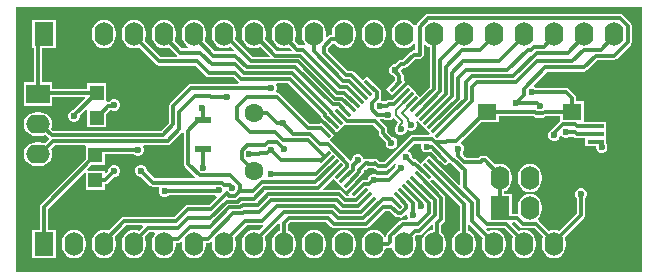
<source format=gtl>
G04*
G04 #@! TF.GenerationSoftware,Altium Limited,Altium Designer,22.7.1 (60)*
G04*
G04 Layer_Physical_Order=1*
G04 Layer_Color=255*
%FSLAX25Y25*%
%MOIN*%
G70*
G04*
G04 #@! TF.SameCoordinates,143699A1-5C46-47B9-B1A9-45083201A81C*
G04*
G04*
G04 #@! TF.FilePolarity,Positive*
G04*
G01*
G75*
%ADD10C,0.01181*%
%ADD14R,0.05315X0.01575*%
G04:AMPARAMS|DCode=15|XSize=11.81mil|YSize=47.24mil|CornerRadius=0mil|HoleSize=0mil|Usage=FLASHONLY|Rotation=135.000|XOffset=0mil|YOffset=0mil|HoleType=Round|Shape=Rectangle|*
%AMROTATEDRECTD15*
4,1,4,0.02088,0.01253,-0.01253,-0.02088,-0.02088,-0.01253,0.01253,0.02088,0.02088,0.01253,0.0*
%
%ADD15ROTATEDRECTD15*%

%ADD16R,0.05512X0.02362*%
G04:AMPARAMS|DCode=17|XSize=11.81mil|YSize=47.24mil|CornerRadius=0mil|HoleSize=0mil|Usage=FLASHONLY|Rotation=45.000|XOffset=0mil|YOffset=0mil|HoleType=Round|Shape=Rectangle|*
%AMROTATEDRECTD17*
4,1,4,0.01253,-0.02088,-0.02088,0.01253,-0.01253,0.02088,0.02088,-0.01253,0.01253,-0.02088,0.0*
%
%ADD17ROTATEDRECTD17*%

%ADD18R,0.06299X0.05512*%
%ADD19R,0.04724X0.04724*%
%ADD20R,0.05512X0.06299*%
%ADD21R,0.07480X0.07480*%
%ADD39C,0.00800*%
%ADD40O,0.06299X0.07874*%
%ADD41C,0.06299*%
%ADD42O,0.07874X0.06299*%
G04:AMPARAMS|DCode=43|XSize=78.74mil|YSize=47.24mil|CornerRadius=14.17mil|HoleSize=0mil|Usage=FLASHONLY|Rotation=180.000|XOffset=0mil|YOffset=0mil|HoleType=Round|Shape=RoundedRectangle|*
%AMROUNDEDRECTD43*
21,1,0.07874,0.01890,0,0,180.0*
21,1,0.05039,0.04724,0,0,180.0*
1,1,0.02835,-0.02520,0.00945*
1,1,0.02835,0.02520,0.00945*
1,1,0.02835,0.02520,-0.00945*
1,1,0.02835,-0.02520,-0.00945*
%
%ADD43ROUNDEDRECTD43*%
%ADD44R,0.06299X0.07874*%
%ADD45R,0.07874X0.06299*%
%ADD46C,0.02800*%
%ADD47C,0.02362*%
%ADD48C,0.02000*%
G36*
X209178Y558D02*
X558D01*
Y89100D01*
X209178D01*
Y558D01*
D02*
G37*
%LPC*%
G36*
X201875Y86720D02*
X138125D01*
X137587Y86613D01*
X137131Y86308D01*
X134182Y83359D01*
X133907Y82948D01*
X133771Y82897D01*
X133362Y82874D01*
X132808Y83595D01*
X131985Y84226D01*
X131028Y84623D01*
X130000Y84758D01*
X128972Y84623D01*
X128015Y84226D01*
X127192Y83595D01*
X126561Y82773D01*
X126164Y81815D01*
X126029Y80787D01*
Y79213D01*
X126164Y78185D01*
X126561Y77227D01*
X127192Y76405D01*
X128015Y75774D01*
X128972Y75377D01*
X130000Y75242D01*
X131028Y75377D01*
X131985Y75774D01*
X132808Y76405D01*
X133270Y77007D01*
X133770Y76838D01*
Y74580D01*
X133215D01*
X132677Y74473D01*
X132221Y74169D01*
X129384Y71332D01*
X129131D01*
X128593Y71225D01*
X128138Y70920D01*
X127099Y69882D01*
X126577D01*
X125853Y69582D01*
X125300Y69029D01*
X125000Y68305D01*
Y67522D01*
X125300Y66798D01*
X125853Y66245D01*
X126577Y65945D01*
X126630D01*
X127036Y65539D01*
Y64646D01*
X126195Y63805D01*
X126118Y63690D01*
X123987Y61559D01*
X125936Y59610D01*
X128067Y61741D01*
X128182Y61818D01*
X129435Y63071D01*
X129512Y63186D01*
X130390Y64064D01*
X129846Y64608D01*
Y66121D01*
X129739Y66659D01*
X129435Y67114D01*
X128937Y67612D01*
Y67746D01*
X129713Y68522D01*
X129966D01*
X130504Y68629D01*
X130960Y68933D01*
X133797Y71770D01*
X135175D01*
X135713Y71877D01*
X136169Y72182D01*
X136473Y72638D01*
X136580Y73175D01*
Y76424D01*
X137054Y76585D01*
X137192Y76405D01*
X138014Y75774D01*
X138595Y75533D01*
Y62285D01*
X135382Y59072D01*
X134009Y60445D01*
X131225Y63229D01*
X129094Y61098D01*
X128979Y61021D01*
X126056Y58098D01*
X124885D01*
X124347Y57991D01*
X123892Y57686D01*
X123740Y57535D01*
X123002D01*
X122964Y57573D01*
X122587Y57729D01*
X122249Y58028D01*
X122268Y58361D01*
X122316Y58601D01*
Y60737D01*
X122209Y61275D01*
X122027Y61547D01*
X122038Y61559D01*
X121981Y61616D01*
X121904Y61731D01*
X119831Y63805D01*
X119715Y63882D01*
X117584Y66013D01*
X116211Y64640D01*
X113482Y67370D01*
X113026Y67674D01*
X112488Y67781D01*
X111371D01*
X104751Y74401D01*
Y75205D01*
X106374Y76828D01*
X106867D01*
X107192Y76405D01*
X108015Y75774D01*
X108972Y75377D01*
X110000Y75242D01*
X111028Y75377D01*
X111986Y75774D01*
X112808Y76405D01*
X113439Y77227D01*
X113836Y78185D01*
X113971Y79213D01*
Y80787D01*
X113836Y81815D01*
X113439Y82773D01*
X112808Y83595D01*
X111986Y84226D01*
X111028Y84623D01*
X110000Y84758D01*
X108972Y84623D01*
X108015Y84226D01*
X107192Y83595D01*
X106561Y82773D01*
X106164Y81815D01*
X106029Y80787D01*
Y79638D01*
X105792D01*
X105255Y79531D01*
X104799Y79227D01*
X104398Y78825D01*
X103949Y79047D01*
X103971Y79213D01*
Y80787D01*
X103836Y81815D01*
X103439Y82773D01*
X102808Y83595D01*
X101986Y84226D01*
X101028Y84623D01*
X100000Y84758D01*
X98972Y84623D01*
X98014Y84226D01*
X97192Y83595D01*
X96561Y82773D01*
X96164Y81815D01*
X96029Y80787D01*
Y79213D01*
X96164Y78185D01*
X96561Y77227D01*
X97041Y76602D01*
X96759Y76148D01*
X96457Y76208D01*
X94991D01*
X93595Y77604D01*
X93836Y78185D01*
X93971Y79213D01*
Y80787D01*
X93836Y81815D01*
X93439Y82773D01*
X92808Y83595D01*
X91985Y84226D01*
X91028Y84623D01*
X90000Y84758D01*
X88972Y84623D01*
X88015Y84226D01*
X87192Y83595D01*
X86561Y82773D01*
X86164Y81815D01*
X86029Y80787D01*
Y79213D01*
X86164Y78185D01*
X86561Y77227D01*
X87192Y76405D01*
X88015Y75774D01*
X88972Y75377D01*
X90000Y75242D01*
X91028Y75377D01*
X91608Y75617D01*
X92524Y74701D01*
X92333Y74240D01*
X87747D01*
X83826Y78161D01*
X83836Y78185D01*
X83971Y79213D01*
Y80787D01*
X83836Y81815D01*
X83439Y82773D01*
X82808Y83595D01*
X81985Y84226D01*
X81028Y84623D01*
X80000Y84758D01*
X78972Y84623D01*
X78014Y84226D01*
X77192Y83595D01*
X76561Y82773D01*
X76164Y81815D01*
X76029Y80787D01*
Y79213D01*
X76164Y78185D01*
X76561Y77227D01*
X77192Y76405D01*
X78014Y75774D01*
X78972Y75377D01*
X80000Y75242D01*
X81028Y75377D01*
X81985Y75774D01*
X82129Y75884D01*
X85280Y72733D01*
X85089Y72271D01*
X79716D01*
X73826Y78161D01*
X73836Y78185D01*
X73971Y79213D01*
Y80787D01*
X73836Y81815D01*
X73439Y82773D01*
X72808Y83595D01*
X71986Y84226D01*
X71028Y84623D01*
X70000Y84758D01*
X68972Y84623D01*
X68015Y84226D01*
X67192Y83595D01*
X66561Y82773D01*
X66164Y81815D01*
X66029Y80787D01*
Y79213D01*
X66164Y78185D01*
X66561Y77227D01*
X67192Y76405D01*
X68015Y75774D01*
X68972Y75377D01*
X70000Y75242D01*
X71028Y75377D01*
X71986Y75774D01*
X72129Y75884D01*
X73312Y74701D01*
X73120Y74240D01*
X66960D01*
X63595Y77604D01*
X63836Y78185D01*
X63971Y79213D01*
Y80787D01*
X63836Y81815D01*
X63439Y82773D01*
X62808Y83595D01*
X61985Y84226D01*
X61028Y84623D01*
X60000Y84758D01*
X58972Y84623D01*
X58015Y84226D01*
X57192Y83595D01*
X56561Y82773D01*
X56164Y81815D01*
X56029Y80787D01*
Y79213D01*
X56164Y78185D01*
X56561Y77227D01*
X57192Y76405D01*
X58015Y75774D01*
X58135Y75724D01*
X58035Y75224D01*
X55976D01*
X53595Y77604D01*
X53836Y78185D01*
X53971Y79213D01*
Y80787D01*
X53836Y81815D01*
X53439Y82773D01*
X52808Y83595D01*
X51986Y84226D01*
X51028Y84623D01*
X50000Y84758D01*
X48972Y84623D01*
X48015Y84226D01*
X47192Y83595D01*
X46561Y82773D01*
X46164Y81815D01*
X46029Y80787D01*
Y79213D01*
X46164Y78185D01*
X46561Y77227D01*
X47192Y76405D01*
X48015Y75774D01*
X48972Y75377D01*
X50000Y75242D01*
X51028Y75377D01*
X51608Y75617D01*
X54400Y72825D01*
X54482Y72771D01*
X54330Y72271D01*
X48928D01*
X43595Y77604D01*
X43836Y78185D01*
X43971Y79213D01*
Y80787D01*
X43836Y81815D01*
X43439Y82773D01*
X42808Y83595D01*
X41985Y84226D01*
X41028Y84623D01*
X40000Y84758D01*
X38972Y84623D01*
X38015Y84226D01*
X37192Y83595D01*
X36561Y82773D01*
X36164Y81815D01*
X36029Y80787D01*
Y79213D01*
X36164Y78185D01*
X36561Y77227D01*
X37192Y76405D01*
X38015Y75774D01*
X38972Y75377D01*
X40000Y75242D01*
X41028Y75377D01*
X41608Y75617D01*
X47353Y69873D01*
X47809Y69568D01*
X48346Y69461D01*
X60442D01*
X63967Y65936D01*
X64423Y65631D01*
X64961Y65524D01*
X73237D01*
X74794Y63967D01*
X74875Y63913D01*
X74724Y63413D01*
X59055D01*
X58517Y63306D01*
X58062Y63001D01*
X52156Y57096D01*
X51852Y56640D01*
X51745Y56102D01*
Y50448D01*
X48961Y47665D01*
X13110D01*
X12383Y48392D01*
X12623Y48972D01*
X12758Y50000D01*
X12623Y51028D01*
X12226Y51986D01*
X11595Y52808D01*
X10773Y53439D01*
X9815Y53836D01*
X8787Y53971D01*
X7213D01*
X6185Y53836D01*
X5227Y53439D01*
X4405Y52808D01*
X3774Y51986D01*
X3377Y51028D01*
X3242Y50000D01*
X3377Y48972D01*
X3774Y48015D01*
X4405Y47192D01*
X5227Y46561D01*
X6185Y46164D01*
X7213Y46029D01*
X8787D01*
X9815Y46164D01*
X10396Y46405D01*
X11534Y45266D01*
X11582Y44781D01*
X10396Y43595D01*
X9815Y43836D01*
X8787Y43971D01*
X7213D01*
X6185Y43836D01*
X5227Y43439D01*
X4405Y42808D01*
X3774Y41985D01*
X3377Y41028D01*
X3242Y40000D01*
X3377Y38972D01*
X3774Y38015D01*
X4405Y37192D01*
X5227Y36561D01*
X6185Y36164D01*
X7213Y36029D01*
X8787D01*
X9815Y36164D01*
X10773Y36561D01*
X11595Y37192D01*
X12226Y38015D01*
X12623Y38972D01*
X12758Y40000D01*
X12623Y41028D01*
X12383Y41608D01*
X13661Y42886D01*
X23586D01*
X24016Y42717D01*
Y38404D01*
X9007Y23395D01*
X8702Y22939D01*
X8595Y22402D01*
Y14724D01*
X6063D01*
Y5276D01*
X13937D01*
Y14724D01*
X11405D01*
Y21820D01*
X23554Y33968D01*
X24016Y33777D01*
Y28150D01*
X30315D01*
Y29894D01*
X30455D01*
X30993Y30001D01*
X31449Y30306D01*
X33426Y32283D01*
X33799D01*
X34523Y32583D01*
X35077Y33137D01*
X35376Y33860D01*
Y34644D01*
X35077Y35367D01*
X34523Y35921D01*
X33799Y36220D01*
X33016D01*
X32293Y35921D01*
X31739Y35367D01*
X31439Y34644D01*
Y34270D01*
X30777Y33608D01*
X30315Y33799D01*
Y34449D01*
X24687D01*
X24496Y34911D01*
X26003Y36417D01*
X30315D01*
Y39934D01*
X39960D01*
X40224Y39670D01*
X40947Y39370D01*
X41730D01*
X42454Y39670D01*
X43007Y40224D01*
X43307Y40947D01*
Y41730D01*
X43035Y42386D01*
X43228Y42886D01*
X51181D01*
X51719Y42993D01*
X52175Y43298D01*
X56112Y47235D01*
X56166Y47316D01*
X56666Y47165D01*
Y36722D01*
X56773Y36184D01*
X57077Y35729D01*
X60414Y32392D01*
X60207Y31892D01*
X46867D01*
X44291Y34467D01*
Y34840D01*
X43992Y35564D01*
X43438Y36118D01*
X42714Y36417D01*
X41931D01*
X41208Y36118D01*
X40654Y35564D01*
X40354Y34840D01*
Y34057D01*
X40654Y33334D01*
X41208Y32780D01*
X41931Y32480D01*
X42304D01*
X45292Y29493D01*
X45747Y29189D01*
X46285Y29082D01*
X48282D01*
X48490Y28582D01*
X48228Y27951D01*
Y27167D01*
X48528Y26444D01*
X49082Y25890D01*
X49805Y25591D01*
X50588D01*
X51312Y25890D01*
X51760Y26338D01*
X67087D01*
X67167Y26259D01*
X67429Y26150D01*
X67547Y25560D01*
X65045Y23058D01*
X58071D01*
X57533Y22952D01*
X57077Y22647D01*
X53424Y18993D01*
X36801D01*
X36263Y18887D01*
X35808Y18582D01*
X31608Y14383D01*
X31028Y14623D01*
X30000Y14758D01*
X28972Y14623D01*
X28014Y14226D01*
X27192Y13595D01*
X26561Y12773D01*
X26164Y11815D01*
X26029Y10787D01*
Y9213D01*
X26164Y8185D01*
X26561Y7227D01*
X27192Y6405D01*
X28014Y5774D01*
X28972Y5377D01*
X30000Y5242D01*
X31028Y5377D01*
X31986Y5774D01*
X32808Y6405D01*
X33439Y7227D01*
X33836Y8185D01*
X33971Y9213D01*
Y10787D01*
X33836Y11815D01*
X33595Y12396D01*
X37383Y16184D01*
X42756D01*
X42947Y15722D01*
X41608Y14383D01*
X41028Y14623D01*
X40000Y14758D01*
X38972Y14623D01*
X38015Y14226D01*
X37192Y13595D01*
X36561Y12773D01*
X36164Y11815D01*
X36029Y10787D01*
Y9213D01*
X36164Y8185D01*
X36561Y7227D01*
X37192Y6405D01*
X38015Y5774D01*
X38972Y5377D01*
X40000Y5242D01*
X41028Y5377D01*
X41985Y5774D01*
X42808Y6405D01*
X43439Y7227D01*
X43836Y8185D01*
X43971Y9213D01*
Y10787D01*
X43836Y11815D01*
X43595Y12396D01*
X45110Y13910D01*
X46813D01*
X47050Y13410D01*
X46561Y12773D01*
X46164Y11815D01*
X46029Y10787D01*
Y9213D01*
X46164Y8185D01*
X46561Y7227D01*
X47192Y6405D01*
X48015Y5774D01*
X48972Y5377D01*
X50000Y5242D01*
X51028Y5377D01*
X51986Y5774D01*
X52808Y6405D01*
X53439Y7227D01*
X53836Y8185D01*
X53971Y9213D01*
Y10362D01*
X54576D01*
X55114Y10469D01*
X55529Y10746D01*
X55690Y10708D01*
X56029Y10525D01*
Y9213D01*
X56164Y8185D01*
X56561Y7227D01*
X57192Y6405D01*
X58015Y5774D01*
X58972Y5377D01*
X60000Y5242D01*
X61028Y5377D01*
X61985Y5774D01*
X62808Y6405D01*
X63439Y7227D01*
X63836Y8185D01*
X63971Y9213D01*
Y10362D01*
X64576D01*
X65114Y10469D01*
X65529Y10746D01*
X65690Y10708D01*
X66029Y10525D01*
Y9213D01*
X66164Y8185D01*
X66561Y7227D01*
X67192Y6405D01*
X68015Y5774D01*
X68972Y5377D01*
X70000Y5242D01*
X71028Y5377D01*
X71986Y5774D01*
X72808Y6405D01*
X73439Y7227D01*
X73836Y8185D01*
X73971Y9213D01*
Y10787D01*
X73836Y11815D01*
X73595Y12396D01*
X77511Y16312D01*
X82677D01*
X82862Y16348D01*
X83108Y15887D01*
X81604Y14384D01*
X81028Y14623D01*
X80000Y14758D01*
X78972Y14623D01*
X78014Y14226D01*
X77192Y13595D01*
X76561Y12773D01*
X76164Y11815D01*
X76029Y10787D01*
Y9213D01*
X76164Y8185D01*
X76561Y7227D01*
X77192Y6405D01*
X78014Y5774D01*
X78972Y5377D01*
X80000Y5242D01*
X81028Y5377D01*
X81985Y5774D01*
X82808Y6405D01*
X83439Y7227D01*
X83836Y8185D01*
X83971Y9213D01*
Y10787D01*
X83836Y11815D01*
X83594Y12399D01*
X88095Y16901D01*
X88595Y16694D01*
Y14467D01*
X88015Y14226D01*
X87192Y13595D01*
X86561Y12773D01*
X86164Y11815D01*
X86029Y10787D01*
Y9213D01*
X86164Y8185D01*
X86561Y7227D01*
X87192Y6405D01*
X88015Y5774D01*
X88972Y5377D01*
X90000Y5242D01*
X91028Y5377D01*
X91985Y5774D01*
X92808Y6405D01*
X93439Y7227D01*
X93836Y8185D01*
X93971Y9213D01*
Y10787D01*
X93836Y11815D01*
X93439Y12773D01*
X92808Y13595D01*
X91985Y14226D01*
X91405Y14467D01*
Y16583D01*
X92117Y17296D01*
X104151D01*
X105767Y15679D01*
X106223Y15375D01*
X106761Y15268D01*
X117241D01*
X117778Y15375D01*
X118234Y15679D01*
X123600Y21046D01*
X125209D01*
X126877Y19378D01*
X127333Y19073D01*
X127871Y18966D01*
X128251D01*
X128321Y18920D01*
X128859Y18813D01*
X129396Y18920D01*
X129852Y19224D01*
X130405Y19778D01*
X130905Y19570D01*
Y19294D01*
X131177Y18637D01*
X130985Y18137D01*
X129542D01*
X129004Y18030D01*
X128549Y17726D01*
X124479Y13656D01*
X124174Y13200D01*
X124067Y12663D01*
Y12562D01*
X123567Y12463D01*
X123439Y12773D01*
X122808Y13595D01*
X121985Y14226D01*
X121028Y14623D01*
X120000Y14758D01*
X118972Y14623D01*
X118015Y14226D01*
X117192Y13595D01*
X116561Y12773D01*
X116164Y11815D01*
X116029Y10787D01*
Y9213D01*
X116164Y8185D01*
X116561Y7227D01*
X117192Y6405D01*
X118015Y5774D01*
X118972Y5377D01*
X120000Y5242D01*
X121028Y5377D01*
X121985Y5774D01*
X122808Y6405D01*
X123439Y7227D01*
X123836Y8185D01*
X123890Y8595D01*
X124781D01*
X125318Y8702D01*
X125570Y8870D01*
X126075Y8675D01*
X126104Y8643D01*
X126164Y8185D01*
X126561Y7227D01*
X127192Y6405D01*
X128015Y5774D01*
X128972Y5377D01*
X130000Y5242D01*
X131028Y5377D01*
X131985Y5774D01*
X132808Y6405D01*
X133439Y7227D01*
X133836Y8185D01*
X133971Y9213D01*
Y10787D01*
X133836Y11815D01*
X133595Y12396D01*
X134128Y12929D01*
X135043D01*
X135580Y13036D01*
X136036Y13340D01*
X139112Y16417D01*
X139574Y16226D01*
Y14702D01*
X138972Y14623D01*
X138014Y14226D01*
X137192Y13595D01*
X136561Y12773D01*
X136164Y11815D01*
X136029Y10787D01*
Y9213D01*
X136164Y8185D01*
X136561Y7227D01*
X137192Y6405D01*
X138014Y5774D01*
X138972Y5377D01*
X140000Y5242D01*
X141028Y5377D01*
X141985Y5774D01*
X142808Y6405D01*
X143439Y7227D01*
X143836Y8185D01*
X143971Y9213D01*
Y10787D01*
X143836Y11815D01*
X143439Y12773D01*
X142808Y13595D01*
X142384Y13920D01*
Y16382D01*
X143316Y17314D01*
X143621Y17769D01*
X143728Y18307D01*
Y25406D01*
X143621Y25944D01*
X143316Y26400D01*
X138761Y30955D01*
X139558Y31752D01*
X148595Y22715D01*
Y14467D01*
X148014Y14226D01*
X147192Y13595D01*
X146561Y12773D01*
X146164Y11815D01*
X146029Y10787D01*
Y9213D01*
X146164Y8185D01*
X146561Y7227D01*
X147192Y6405D01*
X148014Y5774D01*
X148972Y5377D01*
X150000Y5242D01*
X151028Y5377D01*
X151986Y5774D01*
X152808Y6405D01*
X153439Y7227D01*
X153836Y8185D01*
X153971Y9213D01*
Y10787D01*
X153836Y11815D01*
X153439Y12773D01*
X152808Y13595D01*
X151986Y14226D01*
X151405Y14467D01*
Y16177D01*
X151905Y16384D01*
X156255Y12034D01*
X156164Y11815D01*
X156029Y10787D01*
Y9213D01*
X156164Y8185D01*
X156561Y7227D01*
X157192Y6405D01*
X158015Y5774D01*
X158972Y5377D01*
X160000Y5242D01*
X161028Y5377D01*
X161986Y5774D01*
X162808Y6405D01*
X163439Y7227D01*
X163836Y8185D01*
X163971Y9213D01*
Y10787D01*
X163836Y11815D01*
X163439Y12773D01*
X162808Y13595D01*
X161986Y14226D01*
X161028Y14623D01*
X160000Y14758D01*
X158972Y14623D01*
X158030Y14233D01*
X157466Y14797D01*
X157473Y14857D01*
X157689Y15280D01*
X163520D01*
X166405Y12396D01*
X166164Y11815D01*
X166029Y10787D01*
Y9213D01*
X166164Y8185D01*
X166561Y7227D01*
X167192Y6405D01*
X168015Y5774D01*
X168972Y5377D01*
X170000Y5242D01*
X171028Y5377D01*
X171985Y5774D01*
X172808Y6405D01*
X173439Y7227D01*
X173836Y8185D01*
X173971Y9213D01*
Y10787D01*
X173836Y11815D01*
X173439Y12773D01*
X172808Y13595D01*
X171985Y14226D01*
X171028Y14623D01*
X170000Y14758D01*
X168972Y14623D01*
X168392Y14383D01*
X165988Y16787D01*
X166179Y17249D01*
X167072D01*
X168629Y15692D01*
X169085Y15387D01*
X169623Y15280D01*
X173520D01*
X176405Y12396D01*
X176164Y11815D01*
X176029Y10787D01*
Y9213D01*
X176164Y8185D01*
X176561Y7227D01*
X177192Y6405D01*
X178015Y5774D01*
X178972Y5377D01*
X180000Y5242D01*
X181028Y5377D01*
X181985Y5774D01*
X182808Y6405D01*
X183439Y7227D01*
X183836Y8185D01*
X183971Y9213D01*
Y10787D01*
X183836Y11815D01*
X183595Y12396D01*
X189970Y18770D01*
X190274Y19226D01*
X190381Y19764D01*
Y25196D01*
X190645Y25460D01*
X190945Y26183D01*
Y26966D01*
X190645Y27690D01*
X190092Y28244D01*
X189368Y28543D01*
X188585D01*
X187861Y28244D01*
X187308Y27690D01*
X187008Y26966D01*
Y26183D01*
X187308Y25460D01*
X187571Y25196D01*
Y20346D01*
X181608Y14383D01*
X181028Y14623D01*
X180000Y14758D01*
X178972Y14623D01*
X178392Y14383D01*
X175096Y17679D01*
X174875Y17826D01*
X174810Y18391D01*
X174818Y18416D01*
X174819Y18419D01*
X175439Y19227D01*
X175836Y20185D01*
X175971Y21213D01*
Y22787D01*
X175836Y23815D01*
X175439Y24773D01*
X174808Y25595D01*
X173986Y26226D01*
X173028Y26623D01*
X172402Y26705D01*
X172080Y26748D01*
Y27252D01*
X172402Y27295D01*
X173028Y27377D01*
X173986Y27774D01*
X174808Y28405D01*
X175439Y29227D01*
X175836Y30185D01*
X175971Y31213D01*
Y32787D01*
X175836Y33815D01*
X175439Y34773D01*
X174808Y35595D01*
X173986Y36226D01*
X173028Y36623D01*
X172000Y36758D01*
X170972Y36623D01*
X170015Y36226D01*
X169192Y35595D01*
X168561Y34773D01*
X168164Y33815D01*
X168029Y32787D01*
Y31213D01*
X168164Y30185D01*
X168561Y29227D01*
X169192Y28405D01*
X170015Y27774D01*
X170972Y27377D01*
X171598Y27295D01*
X171920Y27252D01*
Y26748D01*
X171598Y26705D01*
X170972Y26623D01*
X170015Y26226D01*
X169192Y25595D01*
X168561Y24773D01*
X168164Y23815D01*
X168029Y22787D01*
Y21213D01*
X168126Y20474D01*
X167716Y20053D01*
X167702Y20049D01*
X167654Y20058D01*
X165937D01*
Y26724D01*
X163405D01*
Y27533D01*
X163986Y27774D01*
X164808Y28405D01*
X165439Y29227D01*
X165836Y30185D01*
X165971Y31213D01*
Y32787D01*
X165836Y33815D01*
X165439Y34773D01*
X164808Y35595D01*
X163986Y36226D01*
X163028Y36623D01*
X162000Y36758D01*
X160972Y36623D01*
X160392Y36383D01*
X157849Y38925D01*
X157393Y39230D01*
X156856Y39337D01*
X156070D01*
X155532Y39230D01*
X155077Y38925D01*
X154958Y38807D01*
X152241D01*
X152197Y38798D01*
X150694D01*
X149522Y39970D01*
Y40635D01*
X149560Y40672D01*
X149859Y41396D01*
Y42179D01*
X149560Y42903D01*
X149153Y43309D01*
X149067Y43931D01*
X155727Y50591D01*
X161614D01*
Y52729D01*
X172964D01*
X173143Y52550D01*
X173599Y52245D01*
X174137Y52138D01*
X176257D01*
X176795Y52245D01*
X177250Y52550D01*
X177429Y52729D01*
X182087D01*
Y51050D01*
X182002Y50994D01*
X179351Y48342D01*
X179101Y47969D01*
X179003Y47929D01*
X178449Y47375D01*
X178150Y46651D01*
Y45868D01*
X178449Y45145D01*
X179003Y44591D01*
X179727Y44291D01*
X180510D01*
X181233Y44591D01*
X181787Y45145D01*
X182087Y45868D01*
Y45919D01*
X182587Y46126D01*
X182940Y45772D01*
X183664Y45472D01*
X184447D01*
X185170Y45772D01*
X185237Y45839D01*
X186426D01*
X186605Y45660D01*
X187061Y45355D01*
X187598Y45249D01*
X190453D01*
Y42520D01*
X193898D01*
Y41931D01*
X194197Y41208D01*
X194751Y40654D01*
X195475Y40354D01*
X196258D01*
X196981Y40654D01*
X197535Y41208D01*
X197835Y41931D01*
Y42714D01*
X197535Y43438D01*
X197343Y43630D01*
Y47638D01*
Y50787D01*
X190453D01*
Y50787D01*
X189961Y50806D01*
Y57677D01*
X187429D01*
Y58661D01*
X187322Y59199D01*
X187017Y59655D01*
X184988Y61684D01*
X184532Y61989D01*
X183995Y62095D01*
X173956D01*
X173692Y62359D01*
X173430Y62468D01*
X173312Y63058D01*
X177747Y67493D01*
X189961D01*
X190498Y67600D01*
X190954Y67904D01*
X194480Y71430D01*
X200025D01*
X200563Y71537D01*
X201018Y71841D01*
X205521Y76344D01*
X205826Y76800D01*
X205932Y77337D01*
Y82663D01*
X205826Y83200D01*
X205521Y83656D01*
X202869Y86308D01*
X202413Y86613D01*
X201875Y86720D01*
D02*
G37*
G36*
X120000Y84758D02*
X118972Y84623D01*
X118015Y84226D01*
X117192Y83595D01*
X116561Y82773D01*
X116164Y81815D01*
X116029Y80787D01*
Y79213D01*
X116164Y78185D01*
X116561Y77227D01*
X117192Y76405D01*
X118015Y75774D01*
X118972Y75377D01*
X120000Y75242D01*
X121028Y75377D01*
X121985Y75774D01*
X122808Y76405D01*
X123439Y77227D01*
X123836Y78185D01*
X123971Y79213D01*
Y80787D01*
X123836Y81815D01*
X123439Y82773D01*
X122808Y83595D01*
X121985Y84226D01*
X121028Y84623D01*
X120000Y84758D01*
D02*
G37*
G36*
X30000D02*
X28972Y84623D01*
X28014Y84226D01*
X27192Y83595D01*
X26561Y82773D01*
X26164Y81815D01*
X26029Y80787D01*
Y79213D01*
X26164Y78185D01*
X26561Y77227D01*
X27192Y76405D01*
X28014Y75774D01*
X28972Y75377D01*
X30000Y75242D01*
X31028Y75377D01*
X31986Y75774D01*
X32808Y76405D01*
X33439Y77227D01*
X33836Y78185D01*
X33971Y79213D01*
Y80787D01*
X33836Y81815D01*
X33439Y82773D01*
X32808Y83595D01*
X31986Y84226D01*
X31028Y84623D01*
X30000Y84758D01*
D02*
G37*
G36*
X13937Y84724D02*
X6063D01*
Y75276D01*
X6595D01*
Y63937D01*
X3276D01*
Y56063D01*
X12724D01*
Y59028D01*
X23514D01*
X23705Y58566D01*
X19759Y54620D01*
X19630D01*
X18906Y54320D01*
X18352Y53766D01*
X18053Y53043D01*
Y52260D01*
X18352Y51536D01*
X18906Y50982D01*
X19630Y50683D01*
X20413D01*
X21136Y50982D01*
X21690Y51536D01*
X21990Y52260D01*
Y52877D01*
X23947Y54835D01*
X24409Y54643D01*
Y49016D01*
X30709D01*
Y53328D01*
X32049Y54668D01*
X32255D01*
X32293Y54630D01*
X33016Y54331D01*
X33799D01*
X34523Y54630D01*
X35077Y55184D01*
X35376Y55908D01*
Y56691D01*
X35077Y57414D01*
X34523Y57968D01*
X33799Y58268D01*
X33016D01*
X32293Y57968D01*
X31803Y57478D01*
X31467D01*
X31209Y57427D01*
X30724Y57768D01*
X30709Y57798D01*
Y63583D01*
X24409D01*
Y61838D01*
X12724D01*
Y63937D01*
X9405D01*
Y75276D01*
X13937D01*
Y84724D01*
D02*
G37*
G36*
X110000Y14758D02*
X108972Y14623D01*
X108015Y14226D01*
X107192Y13595D01*
X106561Y12773D01*
X106164Y11815D01*
X106029Y10787D01*
Y9213D01*
X106164Y8185D01*
X106561Y7227D01*
X107192Y6405D01*
X108015Y5774D01*
X108972Y5377D01*
X110000Y5242D01*
X111028Y5377D01*
X111986Y5774D01*
X112808Y6405D01*
X113439Y7227D01*
X113836Y8185D01*
X113971Y9213D01*
Y10787D01*
X113836Y11815D01*
X113439Y12773D01*
X112808Y13595D01*
X111986Y14226D01*
X111028Y14623D01*
X110000Y14758D01*
D02*
G37*
G36*
X100000D02*
X98972Y14623D01*
X98014Y14226D01*
X97192Y13595D01*
X96561Y12773D01*
X96164Y11815D01*
X96029Y10787D01*
Y9213D01*
X96164Y8185D01*
X96561Y7227D01*
X97192Y6405D01*
X98014Y5774D01*
X98972Y5377D01*
X100000Y5242D01*
X101028Y5377D01*
X101986Y5774D01*
X102808Y6405D01*
X103439Y7227D01*
X103836Y8185D01*
X103971Y9213D01*
Y10787D01*
X103836Y11815D01*
X103439Y12773D01*
X102808Y13595D01*
X101986Y14226D01*
X101028Y14623D01*
X100000Y14758D01*
D02*
G37*
G36*
X20000D02*
X18972Y14623D01*
X18014Y14226D01*
X17192Y13595D01*
X16561Y12773D01*
X16164Y11815D01*
X16029Y10787D01*
Y9213D01*
X16164Y8185D01*
X16561Y7227D01*
X17192Y6405D01*
X18014Y5774D01*
X18972Y5377D01*
X20000Y5242D01*
X21028Y5377D01*
X21985Y5774D01*
X22808Y6405D01*
X23439Y7227D01*
X23836Y8185D01*
X23971Y9213D01*
Y10787D01*
X23836Y11815D01*
X23439Y12773D01*
X22808Y13595D01*
X21985Y14226D01*
X21028Y14623D01*
X20000Y14758D01*
D02*
G37*
%LPD*%
G36*
X102305Y52678D02*
X102361Y52397D01*
X102666Y51941D01*
X102800Y51807D01*
X102800Y51807D01*
X105316Y49290D01*
X105431Y49213D01*
X107562Y47082D01*
X110357Y49878D01*
X110630Y49696D01*
X111167Y49589D01*
X119649D01*
X121590Y47648D01*
Y46908D01*
X121696Y46370D01*
X122001Y45914D01*
X123869Y44046D01*
Y43380D01*
X124169Y42656D01*
X124723Y42103D01*
X125446Y41803D01*
X126229D01*
X126953Y42103D01*
X127507Y42656D01*
X127806Y43380D01*
Y44163D01*
X127507Y44886D01*
X126953Y45440D01*
X126229Y45740D01*
X126149D01*
X124399Y47490D01*
Y48230D01*
X124293Y48768D01*
X123988Y49224D01*
X121929Y51283D01*
X122120Y51745D01*
X123221D01*
X123485Y51481D01*
X124208Y51181D01*
X124992D01*
X125715Y51481D01*
X126180Y51946D01*
X126299Y52033D01*
X126801Y52012D01*
X128114Y50699D01*
X127782Y50368D01*
X127520Y49975D01*
X127427Y49512D01*
X127429Y49504D01*
X127268Y49343D01*
X126969Y48620D01*
Y47837D01*
X127268Y47113D01*
X127822Y46560D01*
X128545Y46260D01*
X129329D01*
X130052Y46560D01*
X130606Y47113D01*
X130862Y47733D01*
X131059Y47880D01*
X131405Y47978D01*
X131990Y47736D01*
X132773D01*
X133497Y48036D01*
X134051Y48590D01*
X134350Y49313D01*
Y50096D01*
X134051Y50820D01*
X134427Y51119D01*
X138642Y46904D01*
X138451Y46442D01*
X135501D01*
X134963Y46335D01*
X134891Y46287D01*
X132931D01*
X132394Y46180D01*
X131938Y45875D01*
X123345Y37282D01*
X122067D01*
X121478Y37871D01*
X121023Y38176D01*
X120485Y38283D01*
X120221D01*
X119885Y38216D01*
X118304D01*
X117968Y38283D01*
X117313D01*
X117061Y38233D01*
X116654Y38335D01*
X116472Y38574D01*
X116261Y39081D01*
X115708Y39635D01*
X114984Y39935D01*
X114201D01*
X113478Y39635D01*
X112924Y39081D01*
X112624Y38358D01*
Y37996D01*
X112279Y37842D01*
X112124Y37826D01*
X105573Y44377D01*
X105472Y44445D01*
X105422Y44943D01*
X106727Y46247D01*
X104596Y48378D01*
X104519Y48493D01*
X103266Y49746D01*
X103151Y49823D01*
X102273Y50701D01*
X101729Y50158D01*
X98483D01*
X88592Y60049D01*
X88136Y60353D01*
X87598Y60460D01*
X87519D01*
X87327Y60960D01*
X87598Y61616D01*
Y62399D01*
X87327Y63056D01*
X87519Y63556D01*
X91427D01*
X102305Y52678D01*
D02*
G37*
G36*
X127268Y36548D02*
X126969Y35825D01*
Y35451D01*
X124418Y32901D01*
X121458D01*
X121194Y33165D01*
X120470Y33465D01*
X119687D01*
X118964Y33165D01*
X118410Y32611D01*
X118110Y31888D01*
Y31834D01*
X117768Y31492D01*
X116735D01*
X116198Y31385D01*
X115925Y31203D01*
X115914Y31214D01*
X115742Y31080D01*
X115549Y30888D01*
X113668Y29006D01*
X113591Y28891D01*
X111460Y26760D01*
X111806Y26414D01*
X111615Y25952D01*
X111017D01*
X109401Y27568D01*
X108945Y27873D01*
X108408Y27980D01*
X103349D01*
X103157Y28442D01*
X106468Y31752D01*
X110625Y27595D01*
X112756Y29726D01*
X112871Y29803D01*
X116057Y32989D01*
X116057Y32990D01*
X116098Y33030D01*
X116402Y33486D01*
X116509Y34024D01*
Y34088D01*
X117862Y35440D01*
X118035Y35406D01*
X119970D01*
X120492Y34884D01*
X120948Y34580D01*
X121485Y34473D01*
X123927D01*
X124464Y34580D01*
X124920Y34884D01*
X126898Y36862D01*
X127268Y36548D01*
D02*
G37*
G36*
X135851Y43068D02*
X135769Y42869D01*
Y42086D01*
X136069Y41363D01*
X136623Y40809D01*
X137346Y40509D01*
X138129D01*
X138853Y40809D01*
X141507Y38155D01*
X141622Y38078D01*
X143753Y35947D01*
X145126Y37320D01*
X145447Y36999D01*
X145903Y36694D01*
X146075Y36660D01*
X148792Y33943D01*
Y29929D01*
X148330Y29737D01*
X140710Y37358D01*
X140594Y37435D01*
X138463Y39566D01*
X135699Y36801D01*
X134720Y37779D01*
X134265Y38084D01*
X133727Y38191D01*
X133474D01*
X132769Y38895D01*
Y39262D01*
X132469Y39986D01*
X131916Y40540D01*
X131468Y40725D01*
X131337Y41301D01*
X133513Y43477D01*
X135346D01*
X135492Y43506D01*
X135851Y43068D01*
D02*
G37*
D10*
X120611Y40347D02*
X121588Y39370D01*
X119635Y41323D02*
X120611Y40347D01*
X120221Y36878D02*
X120485D01*
X117968D02*
X118035Y36811D01*
X120155D02*
X120221Y36878D01*
X117313D02*
X117968D01*
X118035Y36811D02*
X120155D01*
X119095Y39370D02*
X119635D01*
X120611Y40347D01*
X119343Y34343D02*
X119500Y34500D01*
X118208Y34343D02*
X119343D01*
X115104Y34670D02*
X117313Y36878D01*
X117433Y33569D02*
X118208Y34343D01*
X120485Y36878D02*
X121485Y35878D01*
X117433Y33569D02*
X117623D01*
X115104Y34024D02*
Y34670D01*
X111877Y30797D02*
X115064Y33983D01*
X113136Y36190D02*
X114593Y37647D01*
Y37966D01*
X113095Y34798D02*
X113136Y34839D01*
X113269Y29405D02*
X117433Y33569D01*
X104580Y43383D02*
X111167Y36796D01*
X113095Y34798D02*
Y34798D01*
X109093Y33581D02*
X111167Y35655D01*
X113136Y34839D02*
Y36190D01*
X111167Y35655D02*
Y36796D01*
X110485Y32189D02*
X113095Y34798D01*
X115064Y33983D02*
Y33983D01*
X115104Y34024D01*
X182995Y50000D02*
X187036D01*
X180344Y47349D02*
X182995Y50000D01*
X187036D02*
X187823Y49213D01*
X180118Y46260D02*
X180344Y46486D01*
Y47349D01*
X187823Y49213D02*
X193898D01*
X184252Y47244D02*
X187008D01*
X184055Y47441D02*
X184252Y47244D01*
X187598Y46654D02*
X193898D01*
X187008Y47244D02*
X187598Y46654D01*
X40000Y10787D02*
X44528Y15315D01*
X40000Y10000D02*
Y10787D01*
X44528Y15315D02*
X54685D01*
X62926Y41666D02*
X62992Y41732D01*
X101272Y28543D02*
X107702Y34973D01*
X62926Y35486D02*
Y41666D01*
X54685Y15315D02*
X58071Y18701D01*
X83492Y28543D02*
X101272D01*
X58071Y18701D02*
X65458D01*
X79949Y25000D02*
X83492Y28543D01*
X74551Y24175D02*
X75376Y25000D01*
X79949D01*
X65458Y18701D02*
X70932Y24175D01*
X74551D01*
X30000Y10000D02*
Y10787D01*
X36801Y17589D01*
X62992Y51181D02*
Y55118D01*
X36801Y17589D02*
X54006D01*
X58071Y21654D01*
X61417Y51181D02*
X62992D01*
X79608Y27559D02*
X82560Y30512D01*
X100457D01*
X106309Y36364D01*
X58071Y36722D02*
Y47835D01*
Y36722D02*
X61866Y32927D01*
X58071Y47835D02*
X61417Y51181D01*
X61866Y32927D02*
X72070D01*
X58071Y21654D02*
X65627D01*
X72070Y32927D02*
X74409Y30588D01*
X75151Y27559D02*
X79608D01*
X65627Y21654D02*
X70866Y26893D01*
X73736Y26143D02*
X75235Y27642D01*
X74409Y30588D02*
X75235Y29762D01*
X71616Y26143D02*
X73736D01*
X75235Y27642D02*
Y29762D01*
X70866Y26893D02*
X71616Y26143D01*
X87674Y43898D02*
X89864Y41707D01*
X84570Y43898D02*
X87674D01*
X83586Y42913D02*
X84570Y43898D01*
X77680Y42913D02*
X83586D01*
X75848Y38506D02*
Y41081D01*
X77680Y42913D01*
X75848Y38506D02*
X80000Y34354D01*
X102074Y43383D02*
X104580D01*
X98674Y46784D02*
X102074Y43383D01*
X84229Y53574D02*
X87606Y50197D01*
X89567D01*
X80000Y53646D02*
X80072Y53574D01*
X84229D01*
X92980Y46784D02*
X98674D01*
X89567Y50197D02*
X92980Y46784D01*
X59055Y62008D02*
X85630D01*
X8000Y50000D02*
X8787D01*
X49543Y46260D02*
X53150Y49866D01*
X8787Y50000D02*
X12528Y46260D01*
X53150Y49866D02*
Y56102D01*
X12528Y46260D02*
X49543D01*
X53150Y56102D02*
X59055Y62008D01*
X121849Y55904D02*
X122075Y56130D01*
X124322D01*
X126638Y56693D02*
X129973Y60027D01*
X124322Y56130D02*
X124885Y56693D01*
X126638D01*
X8000Y40000D02*
X8787D01*
X118837Y62811D02*
X120911Y60737D01*
X55118Y48228D02*
Y54134D01*
X51181Y44291D02*
X55118Y48228D01*
X8787Y40000D02*
X13079Y44291D01*
X51181D01*
X55118Y54134D02*
X60433Y59449D01*
X65293D02*
X65687Y59055D01*
X60433Y59449D02*
X65293D01*
X65687Y59055D02*
X70866D01*
X119290Y56980D02*
X120911Y58601D01*
Y60737D01*
X119290Y54844D02*
Y56980D01*
X120984Y53150D02*
X124600D01*
X119290Y54844D02*
X120984Y53150D01*
X100626Y33465D02*
X104918Y37756D01*
X85630Y33465D02*
X100626D01*
X46285Y30487D02*
X69342D01*
X42323Y34449D02*
X46285Y30487D01*
X71624Y29754D02*
X71850Y29528D01*
X70075Y29754D02*
X71624D01*
X69342Y30487D02*
X70075Y29754D01*
X71850Y29528D02*
X72676Y28702D01*
X170000Y79213D02*
Y80000D01*
X161653Y70866D02*
X170000Y79213D01*
X149606Y70866D02*
X161653D01*
X145905Y67165D02*
X149606Y70866D01*
X138324Y51676D02*
X145905Y59257D01*
Y67165D01*
X176575Y75787D02*
X180000Y79213D01*
X173397Y75787D02*
X176575D01*
X172413Y74803D02*
X173397Y75787D01*
X180000Y79213D02*
Y80000D01*
X171260Y74803D02*
X172413D01*
X164370Y67913D02*
X171260Y74803D01*
X150591Y67913D02*
X164370D01*
X147874Y65197D02*
X150591Y67913D01*
X147874Y58442D02*
Y65197D01*
X139716Y50284D02*
X147874Y58442D01*
X190000Y79213D02*
Y80000D01*
X184606Y73819D02*
X190000Y79213D01*
X174213Y73819D02*
X184606D01*
X150591Y63976D02*
X152559Y65945D01*
X166339D02*
X174213Y73819D01*
X152559Y65945D02*
X166339D01*
X141108Y48892D02*
X146476Y54260D01*
X146476D01*
X150591Y58374D02*
Y63976D01*
X146476Y54260D02*
X150591Y58374D01*
X200000Y79213D02*
Y80000D01*
X152559Y62300D02*
X154235Y63976D01*
X192835Y74803D02*
X195591D01*
X200000Y79213D01*
X192717Y74685D02*
X192835Y74803D01*
X189961Y74685D02*
X192717D01*
X186142Y70866D02*
X189961Y74685D01*
X174213Y70866D02*
X186142D01*
X154235Y63976D02*
X167323D01*
X174213Y70866D01*
X143753Y48753D02*
X143753D01*
X152559Y57559D02*
Y62300D01*
X142500Y47500D02*
X143753Y48753D01*
X143753D02*
X152559Y57559D01*
X160000Y10000D02*
Y10276D01*
X152559Y17717D02*
Y23521D01*
X139716Y36364D02*
X152559Y23521D01*
Y17717D02*
X160000Y10276D01*
X150000Y10000D02*
Y23297D01*
X138324Y34973D02*
X150000Y23297D01*
X75787Y64961D02*
X92009D01*
X103659Y53311D01*
Y52934D02*
Y53311D01*
X103793Y52800D02*
X106309Y50284D01*
X103793Y52800D02*
Y52800D01*
X103659Y52934D02*
X103793Y52800D01*
X40000Y79213D02*
X48346Y70866D01*
X40000Y79213D02*
Y80000D01*
X48346Y70866D02*
X61024D01*
X64961Y66929D01*
X73819D01*
X75787Y64961D01*
X92825Y66929D02*
X105628Y54126D01*
X76772Y66929D02*
X92825D01*
X73819Y69882D02*
X76772Y66929D01*
X105628Y53750D02*
X107702Y51676D01*
X105628Y53750D02*
Y54126D01*
X55394Y73819D02*
X62008D01*
X50000Y79213D02*
X55394Y73819D01*
X50000Y79213D02*
Y80000D01*
X65945Y69882D02*
X73819D01*
X62008Y73819D02*
X65945Y69882D01*
X77756Y68898D02*
X93832D01*
X73819Y72835D02*
X77756Y68898D01*
X106196Y56534D02*
X108411D01*
X93832Y68898D02*
X106196Y56534D01*
X108411D02*
X110485Y54460D01*
X60000Y79213D02*
Y80000D01*
X66378Y72835D02*
X73819D01*
X60000Y79213D02*
X66378Y72835D01*
X79134Y70866D02*
X94657D01*
X70000Y80000D02*
X79134Y70866D01*
X94657D02*
X107021Y58502D01*
X109227D01*
X111877Y55852D01*
X87165Y72835D02*
X95473D01*
X80000Y80000D02*
X87165Y72835D01*
X112016Y58496D02*
X113269Y57244D01*
X112016Y58496D02*
Y58496D01*
X95473Y72835D02*
X107836Y60471D01*
X110042D01*
X112016Y58496D01*
X108821Y62439D02*
X110858D01*
X96457Y74803D02*
X108821Y62439D01*
X113408Y59888D02*
X114661Y58635D01*
X113408Y59888D02*
Y59888D01*
X110858Y62439D02*
X113408Y59888D01*
X90000Y79213D02*
Y80000D01*
Y79213D02*
X94410Y74803D01*
X96457D01*
X114800Y61280D02*
X116053Y60027D01*
X109805Y64408D02*
X111673D01*
X100000Y74213D02*
X109805Y64408D01*
X114800Y61280D02*
Y61280D01*
X100000Y74213D02*
Y80000D01*
X111673Y64408D02*
X114800Y61280D01*
X135540Y32189D02*
X142323Y25406D01*
Y18307D02*
Y25406D01*
X140979Y16964D02*
X142323Y18307D01*
X140000Y10000D02*
X140979Y10979D01*
Y16964D01*
X130000Y10000D02*
Y10787D01*
X133547Y14334D01*
X134148Y30797D02*
X140354Y24591D01*
X133547Y14334D02*
X135043D01*
X140354Y19646D01*
Y24591D01*
X110789Y66376D02*
X112488D01*
X103347Y73819D02*
X110789Y66376D01*
X103347Y73819D02*
Y75787D01*
X105792Y78233D01*
X112488Y66376D02*
X117445Y61419D01*
X108233Y78233D02*
X110000Y80000D01*
X105792Y78233D02*
X108233D01*
X134148Y55852D02*
X140000Y61703D01*
Y80000D01*
X150000Y79213D02*
Y80000D01*
X141969Y71181D02*
X150000Y79213D01*
X135540Y54460D02*
X141969Y60888D01*
Y71181D01*
X160000Y79213D02*
Y80000D01*
X155337Y74550D02*
X160000Y79213D01*
X149353Y74550D02*
X155337D01*
X143937Y69134D02*
X149353Y74550D01*
X136932Y53068D02*
X143937Y60072D01*
Y69134D01*
X120000Y10000D02*
X124781D01*
X125472Y10692D01*
Y12663D01*
X129542Y16732D01*
X138386Y20461D02*
Y23775D01*
X132756Y29405D02*
X138386Y23775D01*
X134657Y16732D02*
X138386Y20461D01*
X129542Y16732D02*
X134657D01*
X110000Y10000D02*
X110236Y10236D01*
X131365Y28013D02*
X135601Y23776D01*
Y22864D02*
Y23776D01*
Y22864D02*
X135827Y22638D01*
X100000Y9213D02*
Y10000D01*
X129973Y26621D02*
X132874Y23719D01*
Y19685D02*
Y23719D01*
X130655Y22014D02*
Y23155D01*
X128581Y25229D02*
X130655Y23155D01*
X128859Y20218D02*
X130655Y22014D01*
X128705Y20371D02*
X128859Y20218D01*
X125791Y22451D02*
X127871Y20371D01*
X128705D01*
X123018Y22451D02*
X125791D01*
X117241Y16673D02*
X123018Y22451D01*
X90000Y17165D02*
X91535Y18701D01*
X90000Y10000D02*
Y17165D01*
X106761Y16673D02*
X117241D01*
X104733Y18701D02*
X106761Y16673D01*
X91535Y18701D02*
X104733D01*
X125936Y25090D02*
X127189Y23837D01*
X127189D01*
X80000Y10000D02*
Y10793D01*
X122874Y25090D02*
X125936D01*
X80000Y10793D02*
X89877Y20669D01*
X116425Y18642D02*
X122874Y25090D01*
X107989Y18642D02*
X116425D01*
X105961Y20669D02*
X107989Y18642D01*
X89877Y20669D02*
X105961D01*
X70000Y10000D02*
Y10787D01*
X115610Y20610D02*
X118837Y23837D01*
X82677Y17717D02*
X87598Y22638D01*
X76929Y17717D02*
X82677D01*
X70000Y10787D02*
X76929Y17717D01*
X87598Y22638D02*
X106777D01*
X108805Y20610D01*
X115610D01*
X61767Y11767D02*
X64576D01*
X60000Y10000D02*
X61767Y11767D01*
X114795Y22579D02*
X117445Y25229D01*
X76182Y20238D02*
X76613Y20669D01*
X73047Y20238D02*
X76182D01*
X64576Y11767D02*
X73047Y20238D01*
X76613Y20669D02*
X81693D01*
X85630Y24606D01*
X107592D02*
X109620Y22579D01*
X85630Y24606D02*
X107592D01*
X109620Y22579D02*
X114795D01*
X50000Y10000D02*
X51767Y11767D01*
X54576D01*
X58558Y15748D01*
X65289D01*
X81271Y23031D02*
X84815Y26575D01*
X75366Y22206D02*
X76192Y23031D01*
X81271D01*
X71747Y22206D02*
X75366D01*
X65289Y15748D02*
X71747Y22206D01*
X113979Y24547D02*
X116053Y26621D01*
X84815Y26575D02*
X108408D01*
X110435Y24547D02*
X113979D01*
X108408Y26575D02*
X110435Y24547D01*
X121485Y35878D02*
X123927D01*
X132931Y44882D01*
X172577Y60690D02*
X183995D01*
X186024Y58661D01*
X157677Y54134D02*
X173546D01*
X157283D02*
X157677D01*
X186024D02*
Y58661D01*
X173546Y54134D02*
X174137Y53543D01*
X176847Y54134D02*
X186024D01*
X176257Y53543D02*
X176847Y54134D01*
X174137Y53543D02*
X176257D01*
X157528Y16685D02*
X164102D01*
X154528Y19685D02*
Y24606D01*
X170000Y10000D02*
Y10787D01*
X164102Y16685D02*
X170000Y10787D01*
X147496Y44347D02*
X157283Y54134D01*
X139395Y45037D02*
X140398Y44034D01*
X135501Y45037D02*
X139395D01*
X144243Y44347D02*
X147496D01*
X143930Y44034D02*
X144243Y44347D01*
X140398Y44034D02*
X143930D01*
X132931Y44882D02*
X135346D01*
X135501Y45037D01*
X146440Y37992D02*
X146729D01*
X150197Y34525D01*
X140398Y44034D02*
X146440Y37992D01*
X150197Y28937D02*
X154528Y24606D01*
Y19685D02*
X157528Y16685D01*
X150197Y28937D02*
Y34525D01*
X130807Y38871D02*
X132892Y36786D01*
X133727D01*
X130801Y38871D02*
X130807D01*
X133727Y36786D02*
X136932Y33581D01*
X125838Y43771D02*
Y44064D01*
X122994Y46908D02*
X125838Y44064D01*
X120231Y50994D02*
X122994Y48230D01*
Y46908D02*
Y48230D01*
X109093Y53068D02*
X111167Y50994D01*
X120231D01*
X27165Y31299D02*
X30455D01*
X33408Y34252D01*
X33182Y56073D02*
X33408Y56299D01*
X27559Y52165D02*
X31467Y56073D01*
X33182D01*
X116642Y41323D02*
X119635D01*
X121588Y39370D02*
X122047D01*
X155512Y40157D02*
X157677Y42323D01*
X151378Y40157D02*
X155512D01*
X151172Y39952D02*
X151378Y40157D01*
X137483Y39919D02*
X138946D01*
X137469Y39933D02*
X137483Y39919D01*
X104918Y48892D02*
X104918Y48892D01*
X145443Y35659D02*
X145669Y35433D01*
X141108Y37756D02*
X143205Y35659D01*
X145443D01*
X138946Y39919D02*
X141108Y37756D01*
X193898Y44094D02*
X195669D01*
X195866Y42323D02*
Y43898D01*
X195669Y44094D02*
X195866Y43898D01*
X8000Y60433D02*
Y78000D01*
X119759Y31496D02*
X125000D01*
X128937Y35433D01*
X87598Y59055D02*
X97901Y48753D01*
X103526Y39148D02*
X103526Y39148D01*
X77756Y59055D02*
X87598D01*
X97901Y48753D02*
X102273D01*
X201875Y85315D02*
X204528Y82663D01*
Y77337D02*
Y82663D01*
X193898Y72835D02*
X200025D01*
X204528Y77337D01*
X189961Y68898D02*
X193898Y72835D01*
X177165Y68898D02*
X189961D01*
X138125Y85315D02*
X201875D01*
X170018Y61751D02*
X177165Y68898D01*
X170018Y59782D02*
Y61751D01*
X167323Y57087D02*
X170018Y59782D01*
X167323Y57087D02*
X174213D01*
X175197Y56102D01*
X135175Y82366D02*
X138125Y85315D01*
X135175Y73175D02*
Y82366D01*
X133215Y73175D02*
X135175D01*
X129966Y69927D02*
X133215Y73175D01*
X129131Y69927D02*
X129966D01*
X127118Y67913D02*
X129131Y69927D01*
X126969Y67594D02*
Y67913D01*
X128441Y64064D02*
Y66121D01*
X126969Y67594D02*
X128441Y66121D01*
X126969Y67913D02*
X127118D01*
X127189Y62811D02*
X128441Y64064D01*
X162000Y32000D02*
Y32787D01*
Y22000D02*
Y32000D01*
X155540Y37402D02*
X156070Y37932D01*
X156856D01*
X152241Y37402D02*
X155540D01*
X156856Y37932D02*
X162000Y32787D01*
X152232Y37393D02*
X152241Y37402D01*
X188976Y19764D02*
Y26575D01*
X174102Y16685D02*
X180000Y10787D01*
X169623Y16685D02*
X174102D01*
X180000Y10787D02*
X188976Y19764D01*
X180000Y10000D02*
Y10787D01*
X162000Y21213D02*
X164559Y18654D01*
X167654D01*
X162000Y21213D02*
Y22000D01*
X167654Y18654D02*
X169623Y16685D01*
X137964Y42252D02*
X139397D01*
X142500Y39148D01*
X137738Y42478D02*
X137964Y42252D01*
X148117Y39388D02*
Y41562D01*
Y39388D02*
X150112Y37393D01*
X147891Y41788D02*
X148117Y41562D01*
X150112Y37393D02*
X152232D01*
X102273Y48753D02*
X103526Y47500D01*
X87112Y47244D02*
X89540Y44816D01*
X78740Y47244D02*
X87112D01*
X74308Y55607D02*
X77756Y59055D01*
X74308Y51676D02*
Y55607D01*
Y51676D02*
X78740Y47244D01*
X89540Y44816D02*
X97858D01*
X85310Y41339D02*
X85630D01*
X84326Y40354D02*
X85310Y41339D01*
X97858Y44816D02*
X103526Y39148D01*
X81617Y40021D02*
X81950Y40354D01*
X84326D01*
X78407Y40021D02*
X81617D01*
X20021Y52895D02*
X27559Y60433D01*
X20021Y52651D02*
Y52895D01*
X8433Y60433D02*
X27559D01*
X8000Y78000D02*
X10000Y80000D01*
X8000Y60000D02*
X8433Y60433D01*
X8000Y60000D02*
Y60433D01*
X28937Y41339D02*
X41339D01*
X27165Y39567D02*
X28937Y41339D01*
X102273Y37896D02*
X103526Y39148D01*
X118350Y30087D02*
X119759Y31496D01*
X85630Y41339D02*
X89073Y37896D01*
X102273D01*
X114661Y28013D02*
X116735Y30087D01*
X118350D01*
X10000Y22402D02*
X27165Y39567D01*
X68098Y27743D02*
X68282Y27928D01*
X50381Y27743D02*
X68098D01*
X50197Y27559D02*
X50381Y27743D01*
X10000Y10000D02*
Y22402D01*
D14*
X193898Y49213D02*
D03*
Y46654D02*
D03*
Y51772D02*
D03*
Y54331D02*
D03*
Y44094D02*
D03*
D15*
X132756Y57244D02*
D03*
X107702Y34973D02*
D03*
X106309Y36364D02*
D03*
X110485Y32189D02*
D03*
X109093Y33581D02*
D03*
X129973Y60027D02*
D03*
X104918Y37756D02*
D03*
X138324Y51676D02*
D03*
X139716Y50284D02*
D03*
X141108Y48892D02*
D03*
X142500Y47500D02*
D03*
X131365Y58635D02*
D03*
X134148Y55852D02*
D03*
X135540Y54460D02*
D03*
X136932Y53068D02*
D03*
X118837Y23837D02*
D03*
X117445Y25229D02*
D03*
X116053Y26621D02*
D03*
X111877Y30797D02*
D03*
X128581Y61419D02*
D03*
X113269Y29405D02*
D03*
X127189Y62811D02*
D03*
X103526Y39148D02*
D03*
X114661Y28013D02*
D03*
D16*
X62992Y41732D02*
D03*
Y51181D02*
D03*
D17*
X118837Y62811D02*
D03*
X139716Y36364D02*
D03*
X138324Y34973D02*
D03*
X106309Y50284D02*
D03*
X107702Y51676D02*
D03*
X110485Y54460D02*
D03*
X111877Y55852D02*
D03*
X113269Y57244D02*
D03*
X114661Y58635D02*
D03*
X116053Y60027D02*
D03*
X135540Y32189D02*
D03*
X134148Y30797D02*
D03*
X117445Y61419D02*
D03*
X132756Y29405D02*
D03*
X131365Y28013D02*
D03*
X129973Y26621D02*
D03*
X128581Y25229D02*
D03*
X127189Y23837D02*
D03*
X136932Y33581D02*
D03*
X109093Y53068D02*
D03*
X104918Y48892D02*
D03*
X141108Y37756D02*
D03*
X142500Y39148D02*
D03*
X103526Y47500D02*
D03*
D18*
X186024Y54134D02*
D03*
X157677D02*
D03*
X186024Y42323D02*
D03*
X157677D02*
D03*
D19*
X27165Y31299D02*
D03*
X27559Y52165D02*
D03*
Y60433D02*
D03*
X27165Y39567D02*
D03*
D20*
X194783Y61811D02*
D03*
Y36614D02*
D03*
D21*
X204429Y53937D02*
D03*
Y44488D02*
D03*
D39*
X129232Y53839D02*
X131278Y51793D01*
Y50955D02*
Y51793D01*
Y50955D02*
X132382Y49850D01*
Y49705D02*
Y49850D01*
X129232Y53839D02*
X130187Y54793D01*
Y54793D01*
X132637Y57244D01*
X132756D01*
X128638Y49512D02*
X129478Y50351D01*
X127432Y53093D02*
Y54584D01*
Y53093D02*
X129478Y51047D01*
Y50351D02*
Y51047D01*
X127432Y54584D02*
X128387Y55539D01*
Y55539D01*
X131365Y58516D01*
Y58635D01*
D40*
X120000Y80000D02*
D03*
X40000Y10000D02*
D03*
X30000D02*
D03*
X20000D02*
D03*
X170000Y80000D02*
D03*
X180000D02*
D03*
X190000D02*
D03*
X200000D02*
D03*
X160000Y10000D02*
D03*
X150000D02*
D03*
X40000Y80000D02*
D03*
X50000D02*
D03*
X60000D02*
D03*
X70000D02*
D03*
X80000D02*
D03*
X90000D02*
D03*
X100000D02*
D03*
X140000Y10000D02*
D03*
X130000D02*
D03*
X110000Y80000D02*
D03*
X130000D02*
D03*
X140000D02*
D03*
X150000D02*
D03*
X160000D02*
D03*
X120000Y10000D02*
D03*
X110000D02*
D03*
X100000D02*
D03*
X90000D02*
D03*
X80000D02*
D03*
X70000D02*
D03*
X60000D02*
D03*
X50000D02*
D03*
X170000D02*
D03*
X200000D02*
D03*
X190000D02*
D03*
X182000Y32000D02*
D03*
Y22000D02*
D03*
X20000Y80000D02*
D03*
X172000Y32000D02*
D03*
Y22000D02*
D03*
X30000Y80000D02*
D03*
X162000Y32000D02*
D03*
X180000Y10000D02*
D03*
D41*
X80000Y34354D02*
D03*
Y53646D02*
D03*
D42*
X8000Y50000D02*
D03*
Y40000D02*
D03*
Y30000D02*
D03*
D43*
X204429Y62205D02*
D03*
Y36220D02*
D03*
D44*
X162000Y22000D02*
D03*
X10000Y80000D02*
D03*
X10000Y10000D02*
D03*
D45*
X8000Y60000D02*
D03*
D46*
X27224Y22559D02*
D03*
X29724Y67559D02*
D03*
X27224Y72559D02*
D03*
X32224Y2559D02*
D03*
Y22559D02*
D03*
Y62559D02*
D03*
X34724Y67559D02*
D03*
X32224Y72559D02*
D03*
X37224Y2559D02*
D03*
X42224D02*
D03*
Y22559D02*
D03*
Y52559D02*
D03*
Y62559D02*
D03*
X47224Y2559D02*
D03*
X52224D02*
D03*
X57224D02*
D03*
X62224D02*
D03*
X67224D02*
D03*
X72224D02*
D03*
X77224D02*
D03*
X82224D02*
D03*
X87224D02*
D03*
X92224D02*
D03*
X97224D02*
D03*
X102224D02*
D03*
X107224D02*
D03*
X112224D02*
D03*
X137224D02*
D03*
X142224D02*
D03*
X147224D02*
D03*
X152224D02*
D03*
X167224D02*
D03*
X202224Y22559D02*
D03*
X204724Y27559D02*
D03*
Y67559D02*
D03*
Y17559D02*
D03*
X202224Y2559D02*
D03*
X199724Y67559D02*
D03*
Y27559D02*
D03*
X197224Y22559D02*
D03*
X199724Y17559D02*
D03*
X197224Y2559D02*
D03*
X194724Y67559D02*
D03*
Y17559D02*
D03*
X192224Y2559D02*
D03*
X187224Y62559D02*
D03*
Y2559D02*
D03*
X182224D02*
D03*
X177224D02*
D03*
X172224D02*
D03*
X2224D02*
D03*
Y12559D02*
D03*
X4724Y17559D02*
D03*
X2224Y22559D02*
D03*
Y32559D02*
D03*
Y42559D02*
D03*
Y52559D02*
D03*
X4724Y67559D02*
D03*
X2224Y72559D02*
D03*
Y82559D02*
D03*
X7224Y2559D02*
D03*
X12224D02*
D03*
X14724Y17559D02*
D03*
Y37559D02*
D03*
Y57559D02*
D03*
Y67559D02*
D03*
X12224Y72559D02*
D03*
X17224Y2559D02*
D03*
X19724Y17559D02*
D03*
X17224Y22559D02*
D03*
X19724Y27559D02*
D03*
Y37559D02*
D03*
Y57559D02*
D03*
Y67559D02*
D03*
X17224Y72559D02*
D03*
X22224Y2559D02*
D03*
Y22559D02*
D03*
X24724Y67559D02*
D03*
X22224Y72559D02*
D03*
X27224Y2559D02*
D03*
D47*
X114593Y37966D02*
D03*
X62598Y55315D02*
D03*
X62926Y35486D02*
D03*
X132382Y49705D02*
D03*
X184055Y47441D02*
D03*
X180118Y46260D02*
D03*
X117623Y33569D02*
D03*
X119095Y39370D02*
D03*
X20021Y52651D02*
D03*
X167323Y57087D02*
D03*
X175197Y56102D02*
D03*
X188976Y26575D02*
D03*
X68282Y27928D02*
D03*
X78407Y40021D02*
D03*
X85630Y41339D02*
D03*
X50197Y27559D02*
D03*
X126969Y67913D02*
D03*
X137738Y42478D02*
D03*
X147891Y41788D02*
D03*
X120079Y31496D02*
D03*
X128937Y35433D02*
D03*
X41339Y41339D02*
D03*
X195866Y42323D02*
D03*
X151172Y39952D02*
D03*
X145669Y35433D02*
D03*
X33408Y56299D02*
D03*
Y34252D02*
D03*
X125838Y43771D02*
D03*
X130801Y38871D02*
D03*
X172577Y60690D02*
D03*
X132874Y19685D02*
D03*
X135827Y22638D02*
D03*
X128937Y48228D02*
D03*
X42323Y34449D02*
D03*
X85630Y33465D02*
D03*
X72676Y28702D02*
D03*
X70866Y59055D02*
D03*
X124600Y53150D02*
D03*
X121849Y55904D02*
D03*
X85630Y62008D02*
D03*
X89567Y50197D02*
D03*
X89864Y41707D02*
D03*
D48*
X1772Y5945D02*
D03*
X4272Y10945D02*
D03*
X1772Y15945D02*
D03*
X4272Y20945D02*
D03*
X1772Y25945D02*
D03*
Y35945D02*
D03*
Y45945D02*
D03*
Y55945D02*
D03*
Y65945D02*
D03*
X4272Y70945D02*
D03*
X1772Y75945D02*
D03*
X4272Y80945D02*
D03*
X1772Y85945D02*
D03*
X6772Y15945D02*
D03*
Y85945D02*
D03*
X14272Y20945D02*
D03*
Y30945D02*
D03*
X11772Y35945D02*
D03*
X14272Y40945D02*
D03*
Y50945D02*
D03*
X11772Y65945D02*
D03*
X14272Y70945D02*
D03*
X11772Y85945D02*
D03*
X16772Y15945D02*
D03*
X19272Y20945D02*
D03*
X16772Y35945D02*
D03*
X19272Y40945D02*
D03*
X16772Y55945D02*
D03*
Y65945D02*
D03*
X19272Y70945D02*
D03*
X16772Y85945D02*
D03*
X24272Y20945D02*
D03*
X21772Y25945D02*
D03*
Y65945D02*
D03*
X24272Y70945D02*
D03*
X21772Y85945D02*
D03*
X29272Y20945D02*
D03*
X26772Y25945D02*
D03*
Y65945D02*
D03*
X29272Y70945D02*
D03*
X26772Y85945D02*
D03*
X31772Y25945D02*
D03*
Y65945D02*
D03*
X34272Y70945D02*
D03*
X31772Y85945D02*
D03*
X39272Y20945D02*
D03*
X36772Y55945D02*
D03*
Y65945D02*
D03*
Y85945D02*
D03*
X41772Y25945D02*
D03*
Y55945D02*
D03*
Y65945D02*
D03*
Y85945D02*
D03*
X46772D02*
D03*
X51772D02*
D03*
X56772D02*
D03*
X61772Y65945D02*
D03*
Y85945D02*
D03*
X66772D02*
D03*
X71772D02*
D03*
X76772D02*
D03*
X81772D02*
D03*
X86772D02*
D03*
X91772D02*
D03*
X96772Y15945D02*
D03*
Y85945D02*
D03*
X101772D02*
D03*
X106772D02*
D03*
X111772D02*
D03*
X116772D02*
D03*
X121772D02*
D03*
X126772D02*
D03*
X131772Y65945D02*
D03*
Y85945D02*
D03*
X136772Y65945D02*
D03*
X164272Y40945D02*
D03*
Y50945D02*
D03*
X171772Y45945D02*
D03*
X179272Y40945D02*
D03*
X181772Y65945D02*
D03*
X189272Y60945D02*
D03*
X186772Y65945D02*
D03*
X191772Y15945D02*
D03*
X194272Y20945D02*
D03*
X196772Y15945D02*
D03*
X199272Y20945D02*
D03*
X196772Y25945D02*
D03*
X199272Y30945D02*
D03*
X201772Y15945D02*
D03*
X204272Y20945D02*
D03*
X201772Y25945D02*
D03*
X204272Y30945D02*
D03*
Y70945D02*
D03*
M02*

</source>
